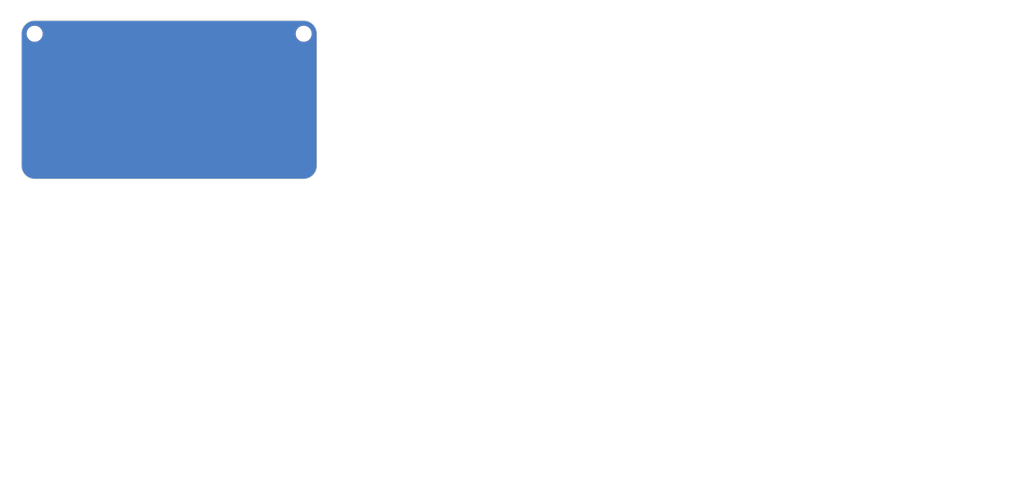
<source format=kicad_pcb>
(kicad_pcb (version 20241229) (generator "pcbnew") (generator_version "9.0")
  (layers (0 "F.Cu" signal) (2 "B.Cu" signal) (13 "F.Paste" user) (15 "B.Paste" user) (5 "F.SilkS" user "F.Silkscreen") (7 "B.SilkS" user "B.Silkscreen") (1 "F.Mask" user) (3 "B.Mask" user) (25 "Edge.Cuts" user))
  (net 0 "")
  (footprint "MountingHole:MountingHole_2.2mm_M2" (layer "F.Cu") (at 85.775 31.2)
    (property "Reference" "H7" (hide yes))
    (property "Value" "M2")
    (pad "" np_thru_hole circle (at 0 0) (size 2.2 2.2) (drill 2.2) (layers "*.Cu" "*.Mask"))
  )
  (footprint "MountingHole:MountingHole_2.2mm_M2" (layer "F.Cu") (at 40.661 31.2)
    (property "Reference" "H6" (hide yes))
    (property "Value" "M2")
    (pad "" np_thru_hole circle (at 0 0) (size 2.2 2.2) (drill 2.2) (layers "*.Cu" "*.Mask"))
  )
  (footprint "DreaM117er-keebLibrary:Trackpad_Cirque_TM040040" (layer "F.Cu") (at 63.218 80.443 -90)
    (property "Reference" "H5" (hide yes))
    (property "Value" "TM040040")
  )
  (gr_line (start 40.661 29) (end 85.775 29) (stroke (width 0.1)) (layer "Edge.Cuts"))
  (gr_arc (start 85.775 29) (mid 87.330635 29.644365) (end 87.975 31.2) (stroke (width 0.1)) (layer "Edge.Cuts"))
  (gr_arc (start 40.661 55.536) (mid 39.105365 54.891635) (end 38.461 53.336) (stroke (width 0.1)) (layer "Edge.Cuts"))
  (gr_line (start 87.975 31.2) (end 87.975 53.336) (stroke (width 0.1)) (layer "Edge.Cuts"))
  (gr_arc (start 87.975 53.336) (mid 87.330635 54.891635) (end 85.775 55.536) (stroke (width 0.1)) (layer "Edge.Cuts"))
  (gr_line (start 85.775 55.536) (end 40.661 55.536) (stroke (width 0.1)) (layer "Edge.Cuts"))
  (gr_line (start 38.461 53.336) (end 38.461 31.2) (stroke (width 0.1)) (layer "Edge.Cuts"))
  (gr_arc (start 38.461 31.2) (mid 39.105365 29.644365) (end 40.661 29) (stroke (width 0.1)) (layer "Edge.Cuts"))
  (zone (net 0) (net_name "") (layers "F.Cu" "B.Cu") (connect_pads (clearance 0.5)) (min_thickness 0.25) (fill yes (thermal_gap 0.5) (thermal_bridge_width 0.5))
    (polygon (pts (xy 34.85 25.54) (xy 34.85 108.17) (xy 206.22 108.4) (xy 206.56 25.66)))
  )
)
</source>
